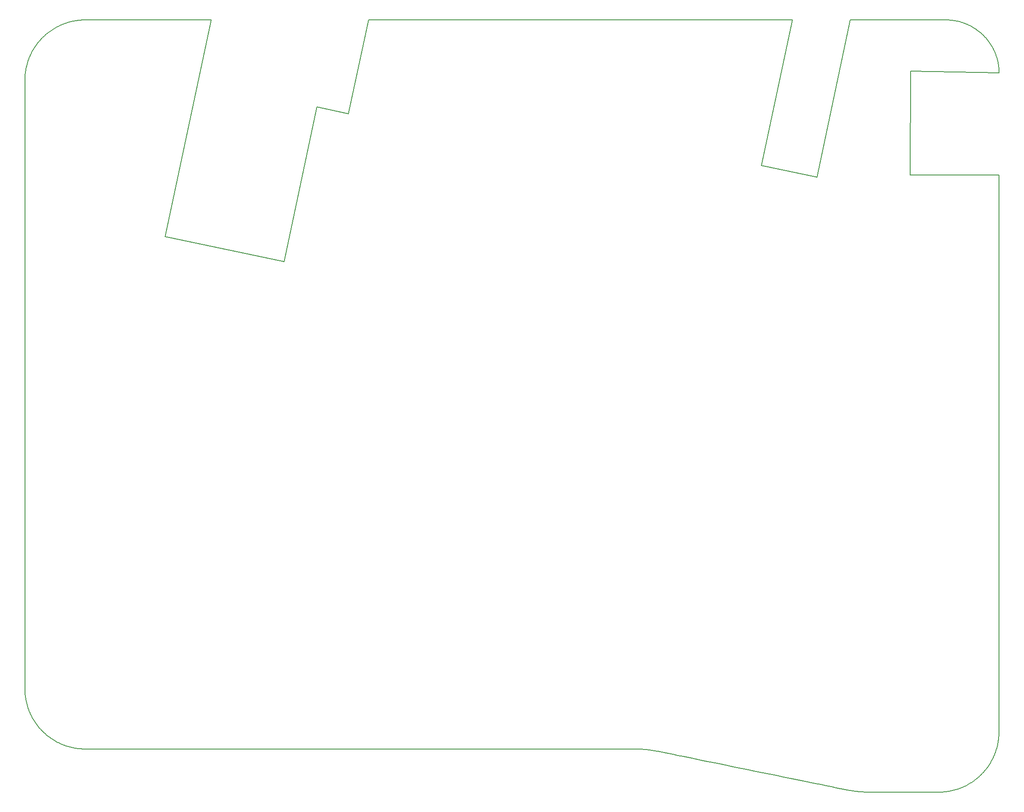
<source format=gm1>
G04 #@! TF.GenerationSoftware,KiCad,Pcbnew,(5.1.5-0-10_14)*
G04 #@! TF.CreationDate,2020-04-18T18:06:01+09:00*
G04 #@! TF.ProjectId,colice_pcb_left_bottom,636f6c69-6365-45f7-9063-625f6c656674,rev?*
G04 #@! TF.SameCoordinates,Original*
G04 #@! TF.FileFunction,Profile,NP*
%FSLAX46Y46*%
G04 Gerber Fmt 4.6, Leading zero omitted, Abs format (unit mm)*
G04 Created by KiCad (PCBNEW (5.1.5-0-10_14)) date 2020-04-18 18:06:01*
%MOMM*%
%LPD*%
G04 APERTURE LIST*
%ADD10C,0.200000*%
G04 APERTURE END LIST*
D10*
X191341260Y-31786791D02*
X191177072Y-52121629D01*
X208671262Y-32100126D02*
X191341260Y-31786791D01*
X208671262Y-32099813D02*
X208671262Y-32100126D01*
X17375715Y-33539276D02*
X17377501Y-33331312D01*
X17377501Y-33331312D02*
X17382443Y-33136097D01*
X17382443Y-33136097D02*
X17390528Y-32941675D01*
X17390528Y-32941675D02*
X17402032Y-32743363D01*
X17402032Y-32743363D02*
X17416388Y-32550627D01*
X17416388Y-32550627D02*
X17434273Y-32354092D01*
X17434273Y-32354092D02*
X17454269Y-32167786D01*
X17454269Y-32167786D02*
X17477133Y-31982353D01*
X17477133Y-31982353D02*
X17502167Y-31802421D01*
X17502167Y-31802421D02*
X17529142Y-31627943D01*
X17529142Y-31627943D02*
X17559455Y-31449755D01*
X17559455Y-31449755D02*
X17591535Y-31277014D01*
X17591535Y-31277014D02*
X17625162Y-31109673D01*
X17625162Y-31109673D02*
X17661132Y-30943191D01*
X17661132Y-30943191D02*
X17699425Y-30777586D01*
X17699425Y-30777586D02*
X17740027Y-30612879D01*
X17740027Y-30612879D02*
X17782917Y-30449081D01*
X17782917Y-30449081D02*
X17828077Y-30286219D01*
X17828077Y-30286219D02*
X17875491Y-30124306D01*
X17875491Y-30124306D02*
X17923768Y-29967696D01*
X17923768Y-29967696D02*
X17972715Y-29816330D01*
X17972715Y-29816330D02*
X18023632Y-29665862D01*
X18023632Y-29665862D02*
X18076503Y-29516307D01*
X18076503Y-29516307D02*
X18132906Y-29363445D01*
X18132906Y-29363445D02*
X18191344Y-29211580D01*
X18191344Y-29211580D02*
X18253506Y-29056554D01*
X18253506Y-29056554D02*
X18314256Y-28910909D01*
X18314256Y-28910909D02*
X18375064Y-28770371D01*
X18375064Y-28770371D02*
X18437628Y-28630784D01*
X18437628Y-28630784D02*
X18501933Y-28492157D01*
X18501933Y-28492157D02*
X18567969Y-28354506D01*
X18567969Y-28354506D02*
X18635719Y-28217844D01*
X18635719Y-28217844D02*
X18709306Y-28074238D01*
X18709306Y-28074238D02*
X18784785Y-27931774D01*
X18784785Y-27931774D02*
X18855620Y-27802198D01*
X18855620Y-27802198D02*
X18928014Y-27673610D01*
X18928014Y-27673610D02*
X19004221Y-27542167D01*
X19004221Y-27542167D02*
X19089008Y-27400351D01*
X19089008Y-27400351D02*
X19166239Y-27274952D01*
X19166239Y-27274952D02*
X19254626Y-27135590D01*
X19254626Y-27135590D02*
X19337502Y-27008695D01*
X19337502Y-27008695D02*
X19419446Y-26886615D01*
X19419446Y-26886615D02*
X19513065Y-26751018D01*
X19513065Y-26751018D02*
X19598105Y-26631242D01*
X19598105Y-26631242D02*
X19684589Y-26512571D01*
X19684589Y-26512571D02*
X19772500Y-26395020D01*
X19772500Y-26395020D02*
X19872749Y-26264563D01*
X19872749Y-26264563D02*
X19963648Y-26149428D01*
X19963648Y-26149428D02*
X20053120Y-26038888D01*
X20053120Y-26038888D02*
X20146742Y-25926047D01*
X20146742Y-25926047D02*
X20238829Y-25817755D01*
X20238829Y-25817755D02*
X20332186Y-25710587D01*
X20332186Y-25710587D02*
X20426802Y-25604557D01*
X20426802Y-25604557D02*
X20522665Y-25499674D01*
X20522665Y-25499674D02*
X20622819Y-25392730D01*
X20622819Y-25392730D02*
X20721180Y-25290215D01*
X20721180Y-25290215D02*
X20820754Y-25188884D01*
X20820754Y-25188884D02*
X20921527Y-25088746D01*
X20921527Y-25088746D02*
X21023490Y-24989815D01*
X21023490Y-24989815D02*
X21133112Y-24886036D01*
X21133112Y-24886036D02*
X21263765Y-24765724D01*
X21263765Y-24765724D02*
X21369582Y-24670872D01*
X21369582Y-24670872D02*
X21476537Y-24577279D01*
X21476537Y-24577279D02*
X21584619Y-24484953D01*
X21584619Y-24484953D02*
X21697247Y-24391084D01*
X21697247Y-24391084D02*
X21807582Y-24301369D01*
X21807582Y-24301369D02*
X21922508Y-24210218D01*
X21922508Y-24210218D02*
X22042117Y-24117765D01*
X22042117Y-24117765D02*
X22162935Y-24026814D01*
X22162935Y-24026814D02*
X22281333Y-23939985D01*
X22281333Y-23939985D02*
X22408123Y-23849464D01*
X22408123Y-23849464D02*
X22539821Y-23758062D01*
X22539821Y-23758062D02*
X22661675Y-23675806D01*
X22661675Y-23675806D02*
X22784595Y-23595029D01*
X22784595Y-23595029D02*
X22912348Y-23513364D01*
X22912348Y-23513364D02*
X23048822Y-23428637D01*
X23048822Y-23428637D02*
X23174998Y-23352555D01*
X23174998Y-23352555D02*
X23302193Y-23278005D01*
X23302193Y-23278005D02*
X23430391Y-23204998D01*
X23430391Y-23204998D02*
X23563511Y-23131409D01*
X23563511Y-23131409D02*
X23693707Y-23061574D01*
X23693707Y-23061574D02*
X23832849Y-22989237D01*
X23832849Y-22989237D02*
X23973061Y-22918696D01*
X23973061Y-22918696D02*
X24110278Y-22851902D01*
X24110278Y-22851902D02*
X24248475Y-22786832D01*
X24248475Y-22786832D02*
X24387641Y-22723496D01*
X24387641Y-22723496D02*
X24527762Y-22661911D01*
X24527762Y-22661911D02*
X24668822Y-22602093D01*
X24668822Y-22602093D02*
X24810808Y-22544049D01*
X24810808Y-22544049D02*
X24962141Y-22484543D01*
X24962141Y-22484543D02*
X25118724Y-22425498D01*
X25118724Y-22425498D02*
X25272077Y-22370118D01*
X25272077Y-22370118D02*
X25426408Y-22316799D01*
X25426408Y-22316799D02*
X25577365Y-22266948D01*
X25577365Y-22266948D02*
X25733562Y-22217737D01*
X25733562Y-22217737D02*
X25890682Y-22170633D01*
X25890682Y-22170633D02*
X26053112Y-22124436D01*
X26053112Y-22124436D02*
X26216481Y-22080500D01*
X26216481Y-22080500D02*
X26376319Y-22039940D01*
X26376319Y-22039940D02*
X26545969Y-21999491D01*
X26545969Y-21999491D02*
X26721050Y-21960513D01*
X26721050Y-21960513D02*
X26888047Y-21925934D01*
X26888047Y-21925934D02*
X27055890Y-21893708D01*
X27055890Y-21893708D02*
X27229136Y-21863078D01*
X27229136Y-21863078D02*
X27412427Y-21833563D01*
X27412427Y-21833563D02*
X27592025Y-21807492D01*
X27592025Y-21807492D02*
X27777124Y-21783558D01*
X27777124Y-21783558D02*
X27958445Y-21762976D01*
X27958445Y-21762976D02*
X28145264Y-21744713D01*
X28145264Y-21744713D02*
X28332920Y-21729354D01*
X28332920Y-21729354D02*
X28549731Y-21715312D01*
X28549731Y-21715312D02*
X28743855Y-21706090D01*
X28743855Y-21706090D02*
X28938784Y-21699996D01*
X28938784Y-21699996D02*
X29144058Y-21696991D01*
X29144058Y-21696991D02*
X29218259Y-21696766D01*
X17375715Y-153068570D02*
X17375715Y-33539276D01*
X178623255Y-172916485D02*
X178360639Y-172862911D01*
X178360639Y-172862911D02*
X178086389Y-172806963D01*
X178086389Y-172806963D02*
X177504014Y-172688157D01*
X177504014Y-172688157D02*
X176654784Y-172514909D01*
X176654784Y-172514909D02*
X175731454Y-172326542D01*
X175731454Y-172326542D02*
X174739512Y-172124176D01*
X174739512Y-172124176D02*
X173684447Y-171908931D01*
X173684447Y-171908931D02*
X172571750Y-171681925D01*
X172571750Y-171681925D02*
X171406908Y-171444281D01*
X171406908Y-171444281D02*
X170195410Y-171197116D01*
X170195410Y-171197116D02*
X168942743Y-170941551D01*
X168942743Y-170941551D02*
X167654399Y-170678706D01*
X167654399Y-170678706D02*
X166335867Y-170409702D01*
X166335867Y-170409702D02*
X164992634Y-170135656D01*
X164992634Y-170135656D02*
X163630190Y-169857690D01*
X163630190Y-169857690D02*
X162254024Y-169576924D01*
X162254024Y-169576924D02*
X160869623Y-169294477D01*
X160869623Y-169294477D02*
X159482479Y-169011469D01*
X159482479Y-169011469D02*
X158098079Y-168729019D01*
X158098079Y-168729019D02*
X156721912Y-168448249D01*
X156721912Y-168448249D02*
X155359468Y-168170278D01*
X155359468Y-168170278D02*
X153350107Y-167760319D01*
X153350107Y-167760319D02*
X151409357Y-167364356D01*
X151409357Y-167364356D02*
X150156692Y-167108780D01*
X150156692Y-167108780D02*
X148350422Y-166740250D01*
X148350422Y-166740250D02*
X146667652Y-166396915D01*
X146667652Y-166396915D02*
X145612588Y-166181649D01*
X145612588Y-166181649D02*
X144620647Y-165979261D01*
X144620647Y-165979261D02*
X143697317Y-165790870D01*
X143697317Y-165790870D02*
X142848087Y-165617596D01*
X142848087Y-165617596D02*
X142078449Y-165460561D01*
X142078449Y-165460561D02*
X141728850Y-165389230D01*
X183358392Y-173394635D02*
X183155719Y-173393764D01*
X183155719Y-173393764D02*
X182957181Y-173391234D01*
X182957181Y-173391234D02*
X182757550Y-173387014D01*
X182757550Y-173387014D02*
X182562062Y-173381248D01*
X182562062Y-173381248D02*
X182360845Y-173373623D01*
X182360845Y-173373623D02*
X182169027Y-173364763D01*
X182169027Y-173364763D02*
X181976143Y-173354277D01*
X181976143Y-173354277D02*
X181781048Y-173342067D01*
X181781048Y-173342067D02*
X181586077Y-173328248D01*
X181586077Y-173328248D02*
X181400510Y-173313591D01*
X181400510Y-173313591D02*
X181212753Y-173297266D01*
X181212753Y-173297266D02*
X181027452Y-173279679D01*
X181027452Y-173279679D02*
X180844608Y-173260880D01*
X180844608Y-173260880D02*
X180659603Y-173240399D01*
X180659603Y-173240399D02*
X180473600Y-173218319D01*
X180473600Y-173218319D02*
X180292384Y-173195372D01*
X180292384Y-173195372D02*
X180112493Y-173171185D01*
X180112493Y-173171185D02*
X179932776Y-173145618D01*
X179932776Y-173145618D02*
X179755546Y-173119028D01*
X179755546Y-173119028D02*
X179580798Y-173091461D01*
X179580798Y-173091461D02*
X179406237Y-173062588D01*
X179406237Y-173062588D02*
X179231877Y-173032407D01*
X179231877Y-173032407D02*
X179057717Y-173000919D01*
X179057717Y-173000919D02*
X178886054Y-172968563D01*
X178886054Y-172968563D02*
X178710035Y-172934023D01*
X178710035Y-172934023D02*
X178623255Y-172916485D01*
X196810231Y-173394635D02*
X183358392Y-173394635D01*
X198249698Y-21696766D02*
X198449240Y-21698636D01*
X198449240Y-21698636D02*
X198654135Y-21704467D01*
X198654135Y-21704467D02*
X198853872Y-21713985D01*
X198853872Y-21713985D02*
X199044354Y-21726610D01*
X199044354Y-21726610D02*
X199229776Y-21742246D01*
X199229776Y-21742246D02*
X199418352Y-21761560D01*
X199418352Y-21761560D02*
X199597788Y-21783157D01*
X199597788Y-21783157D02*
X199776276Y-21807783D01*
X199776276Y-21807783D02*
X199949766Y-21834746D01*
X199949766Y-21834746D02*
X200122302Y-21864553D01*
X200122302Y-21864553D02*
X200293857Y-21897175D01*
X200293857Y-21897175D02*
X200460451Y-21931731D01*
X200460451Y-21931731D02*
X200626064Y-21968927D01*
X200626064Y-21968927D02*
X200794579Y-22009721D01*
X200794579Y-22009721D02*
X200954251Y-22051148D01*
X200954251Y-22051148D02*
X201128349Y-22099439D01*
X201128349Y-22099439D02*
X201297384Y-22149481D01*
X201297384Y-22149481D02*
X201465212Y-22202293D01*
X201465212Y-22202293D02*
X201631804Y-22257843D01*
X201631804Y-22257843D02*
X201789652Y-22313404D01*
X201789652Y-22313404D02*
X201942609Y-22370005D01*
X201942609Y-22370005D02*
X202090742Y-22427457D01*
X202090742Y-22427457D02*
X202234109Y-22485573D01*
X202234109Y-22485573D02*
X202376408Y-22545746D01*
X202376408Y-22545746D02*
X202515819Y-22607146D01*
X202515819Y-22607146D02*
X202661310Y-22673859D01*
X202661310Y-22673859D02*
X202800270Y-22740142D01*
X202800270Y-22740142D02*
X202934568Y-22806632D01*
X202934568Y-22806632D02*
X203067765Y-22874986D01*
X203067765Y-22874986D02*
X203203308Y-22947062D01*
X203203308Y-22947062D02*
X203347935Y-23026834D01*
X203347935Y-23026834D02*
X203477577Y-23100917D01*
X203477577Y-23100917D02*
X203606047Y-23176796D01*
X203606047Y-23176796D02*
X203733328Y-23254450D01*
X203733328Y-23254450D02*
X203859406Y-23333868D01*
X203859406Y-23333868D02*
X203980991Y-23412868D01*
X203980991Y-23412868D02*
X204101400Y-23493506D01*
X204101400Y-23493506D02*
X204230232Y-23582502D01*
X204230232Y-23582502D02*
X204348146Y-23666496D01*
X204348146Y-23666496D02*
X204464838Y-23752077D01*
X204464838Y-23752077D02*
X204586495Y-23843987D01*
X204586495Y-23843987D02*
X204703692Y-23935203D01*
X204703692Y-23935203D02*
X204816514Y-24025579D01*
X204816514Y-24025579D02*
X204931046Y-24119985D01*
X204931046Y-24119985D02*
X205047162Y-24218527D01*
X205047162Y-24218527D02*
X205164730Y-24321318D01*
X205164730Y-24321318D02*
X205274974Y-24420566D01*
X205274974Y-24420566D02*
X205380943Y-24518679D01*
X205380943Y-24518679D02*
X205496770Y-24629085D01*
X205496770Y-24629085D02*
X205599835Y-24730221D01*
X205599835Y-24730221D02*
X205701496Y-24832765D01*
X205701496Y-24832765D02*
X205801738Y-24936701D01*
X205801738Y-24936701D02*
X205900546Y-25042016D01*
X205900546Y-25042016D02*
X205997905Y-25148695D01*
X205997905Y-25148695D02*
X206096369Y-25259656D01*
X206096369Y-25259656D02*
X206193271Y-25372022D01*
X206193271Y-25372022D02*
X206291079Y-25488785D01*
X206291079Y-25488785D02*
X206382314Y-25600891D01*
X206382314Y-25600891D02*
X206474420Y-25717360D01*
X206474420Y-25717360D02*
X206562539Y-25832050D01*
X206562539Y-25832050D02*
X206649092Y-25947988D01*
X206649092Y-25947988D02*
X206738617Y-26071529D01*
X206738617Y-26071529D02*
X206821912Y-26189983D01*
X206821912Y-26189983D02*
X206907966Y-26316142D01*
X206907966Y-26316142D02*
X206987935Y-26437047D01*
X206987935Y-26437047D02*
X207068353Y-26562435D01*
X207068353Y-26562435D02*
X207149071Y-26692391D01*
X207149071Y-26692391D02*
X207225926Y-26820225D01*
X207225926Y-26820225D02*
X207300996Y-26949244D01*
X207300996Y-26949244D02*
X207374266Y-27079427D01*
X207374266Y-27079427D02*
X207454979Y-27228122D01*
X207454979Y-27228122D02*
X207524351Y-27360731D01*
X207524351Y-27360731D02*
X207591865Y-27494447D01*
X207591865Y-27494447D02*
X207657508Y-27629260D01*
X207657508Y-27629260D02*
X207729509Y-27783109D01*
X207729509Y-27783109D02*
X207792697Y-27923819D01*
X207792697Y-27923819D02*
X207858477Y-28076577D01*
X207858477Y-28076577D02*
X207917429Y-28219539D01*
X207917429Y-28219539D02*
X207978605Y-28374683D01*
X207978605Y-28374683D02*
X208038728Y-28534766D01*
X208038728Y-28534766D02*
X208093668Y-28688553D01*
X208093668Y-28688553D02*
X208145002Y-28839653D01*
X208145002Y-28839653D02*
X208197672Y-29003237D01*
X208197672Y-29003237D02*
X208246568Y-29164136D01*
X208246568Y-29164136D02*
X208291858Y-29322257D01*
X208291858Y-29322257D02*
X208335724Y-29485290D01*
X208335724Y-29485290D02*
X208377484Y-29651322D01*
X208377484Y-29651322D02*
X208416574Y-29818398D01*
X208416574Y-29818398D02*
X208453391Y-29988481D01*
X208453391Y-29988481D02*
X208486662Y-30155589D01*
X208486662Y-30155589D02*
X208520725Y-30343717D01*
X208520725Y-30343717D02*
X208548929Y-30516852D01*
X208548929Y-30516852D02*
X208574829Y-30694986D01*
X208574829Y-30694986D02*
X208597715Y-30874084D01*
X208597715Y-30874084D02*
X208618801Y-31066427D01*
X208618801Y-31066427D02*
X208635701Y-31251550D01*
X208635701Y-31251550D02*
X208649895Y-31445888D01*
X208649895Y-31445888D02*
X208660333Y-31637030D01*
X208660333Y-31637030D02*
X208667437Y-31833258D01*
X208667437Y-31833258D02*
X208670943Y-32034598D01*
X208670943Y-32034598D02*
X208671262Y-32099813D01*
X29218259Y-164911080D02*
X29019836Y-164909447D01*
X29019836Y-164909447D02*
X28815079Y-164904343D01*
X28815079Y-164904343D02*
X28620657Y-164896262D01*
X28620657Y-164896262D02*
X28422345Y-164884755D01*
X28422345Y-164884755D02*
X28229608Y-164870399D01*
X28229608Y-164870399D02*
X28042409Y-164853439D01*
X28042409Y-164853439D02*
X27860709Y-164834119D01*
X27860709Y-164834119D02*
X27679835Y-164812068D01*
X27679835Y-164812068D02*
X27495209Y-164786642D01*
X27495209Y-164786642D02*
X27316082Y-164759129D01*
X27316082Y-164759129D02*
X27133288Y-164728142D01*
X27133288Y-164728142D02*
X26946923Y-164693495D01*
X26946923Y-164693495D02*
X26779627Y-164659742D01*
X26779627Y-164659742D02*
X26599734Y-164620615D01*
X26599734Y-164620615D02*
X26434250Y-164582008D01*
X26434250Y-164582008D02*
X26260796Y-164538822D01*
X26260796Y-164538822D02*
X26101584Y-164496700D01*
X26101584Y-164496700D02*
X25938874Y-164451173D01*
X25938874Y-164451173D02*
X25777114Y-164403397D01*
X25777114Y-164403397D02*
X25620659Y-164354770D01*
X25620659Y-164354770D02*
X25460832Y-164302607D01*
X25460832Y-164302607D02*
X25310570Y-164251241D01*
X25310570Y-164251241D02*
X25161226Y-164197928D01*
X25161226Y-164197928D02*
X25012809Y-164142678D01*
X25012809Y-164142678D02*
X24861139Y-164083847D01*
X24861139Y-164083847D02*
X24714657Y-164024719D01*
X24714657Y-164024719D02*
X24573298Y-163965473D01*
X24573298Y-163965473D02*
X24428754Y-163902635D01*
X24428754Y-163902635D02*
X24281134Y-163836063D01*
X24281134Y-163836063D02*
X24134594Y-163767542D01*
X24134594Y-163767542D02*
X23985128Y-163695103D01*
X23985128Y-163695103D02*
X23844825Y-163624715D01*
X23844825Y-163624715D02*
X23693707Y-163546262D01*
X23693707Y-163546262D02*
X23559581Y-163474288D01*
X23559581Y-163474288D02*
X23426491Y-163400647D01*
X23426491Y-163400647D02*
X23298323Y-163327594D01*
X23298323Y-163327594D02*
X23167322Y-163250713D01*
X23167322Y-163250713D02*
X23037401Y-163172207D01*
X23037401Y-163172207D02*
X22908575Y-163092093D01*
X22908575Y-163092093D02*
X22780855Y-163010381D01*
X22780855Y-163010381D02*
X22646847Y-162922140D01*
X22646847Y-162922140D02*
X22514110Y-162832139D01*
X22514110Y-162832139D02*
X22386300Y-162742969D01*
X22386300Y-162742969D02*
X22266923Y-162657402D01*
X22266923Y-162657402D02*
X22141527Y-162565082D01*
X22141527Y-162565082D02*
X22013866Y-162468451D01*
X22013866Y-162468451D02*
X21898034Y-162378400D01*
X21898034Y-162378400D02*
X21772984Y-162278570D01*
X21772984Y-162278570D02*
X21662993Y-162188453D01*
X21662993Y-162188453D02*
X21554107Y-162097044D01*
X21554107Y-162097044D02*
X21446340Y-162004361D01*
X21446340Y-162004361D02*
X21339703Y-161910412D01*
X21339703Y-161910412D02*
X21234210Y-161815210D01*
X21234210Y-161815210D02*
X21120147Y-161709662D01*
X21120147Y-161709662D02*
X21017081Y-161611873D01*
X21017081Y-161611873D02*
X20915193Y-161512868D01*
X20915193Y-161512868D02*
X20814495Y-161412657D01*
X20814495Y-161412657D02*
X20714997Y-161311249D01*
X20714997Y-161311249D02*
X20613659Y-161205436D01*
X20613659Y-161205436D02*
X20504596Y-161088583D01*
X20504596Y-161088583D02*
X20408966Y-160983485D01*
X20408966Y-160983485D02*
X20314585Y-160877240D01*
X20314585Y-160877240D02*
X20218576Y-160766487D01*
X20218576Y-160766487D02*
X20126768Y-160657952D01*
X20126768Y-160657952D02*
X20036247Y-160548304D01*
X20036247Y-160548304D02*
X19944251Y-160434079D01*
X19944251Y-160434079D02*
X19848201Y-160311670D01*
X19848201Y-160311670D02*
X19759088Y-160195077D01*
X19759088Y-160195077D02*
X19668758Y-160073771D01*
X19668758Y-160073771D02*
X19579947Y-159951279D01*
X19579947Y-159951279D02*
X19492668Y-159827616D01*
X19492668Y-159827616D02*
X19409435Y-159706483D01*
X19409435Y-159706483D02*
X19327670Y-159584272D01*
X19327670Y-159584272D02*
X19247389Y-159460995D01*
X19247389Y-159460995D02*
X19166239Y-159332884D01*
X19166239Y-159332884D02*
X19089008Y-159207487D01*
X19089008Y-159207487D02*
X19011024Y-159077213D01*
X19011024Y-159077213D02*
X18936895Y-158949745D01*
X18936895Y-158949745D02*
X18864311Y-158821276D01*
X18864311Y-158821276D02*
X18789034Y-158683943D01*
X18789034Y-158683943D02*
X18715524Y-158545512D01*
X18715524Y-158545512D02*
X18645826Y-158410003D01*
X18645826Y-158410003D02*
X18575853Y-158269460D01*
X18575853Y-158269460D02*
X18507691Y-158127864D01*
X18507691Y-158127864D02*
X18443232Y-157989323D01*
X18443232Y-157989323D02*
X18378696Y-157845702D01*
X18378696Y-157845702D02*
X18316019Y-157701076D01*
X18316019Y-157701076D02*
X18256927Y-157559633D01*
X18256927Y-157559633D02*
X18194650Y-157404664D01*
X18194650Y-157404664D02*
X18136099Y-157252855D01*
X18136099Y-157252855D02*
X18078042Y-157095788D01*
X18078042Y-157095788D02*
X18025115Y-156946257D01*
X18025115Y-156946257D02*
X17972715Y-156791503D01*
X17972715Y-156791503D02*
X17921031Y-156631464D01*
X17921031Y-156631464D02*
X17872871Y-156474802D01*
X17872871Y-156474802D02*
X17825580Y-156312838D01*
X17825580Y-156312838D02*
X17780540Y-156149923D01*
X17780540Y-156149923D02*
X17738900Y-155990519D01*
X17738900Y-155990519D02*
X17698360Y-155825786D01*
X17698360Y-155825786D02*
X17659127Y-155655669D01*
X17659127Y-155655669D02*
X17622349Y-155484629D01*
X17622349Y-155484629D02*
X17588911Y-155317218D01*
X17588911Y-155317218D02*
X17556224Y-155139849D01*
X17556224Y-155139849D02*
X17526919Y-154966149D01*
X17526919Y-154966149D02*
X17499475Y-154787000D01*
X17499475Y-154787000D02*
X17474118Y-154602351D01*
X17474118Y-154602351D02*
X17452141Y-154421460D01*
X17452141Y-154421460D02*
X17432890Y-154239739D01*
X17432890Y-154239739D02*
X17415617Y-154047829D01*
X17415617Y-154047829D02*
X17401409Y-153855049D01*
X17401409Y-153855049D02*
X17390294Y-153661430D01*
X17390294Y-153661430D02*
X17382130Y-153462237D01*
X17382130Y-153462237D02*
X17377340Y-153266983D01*
X17377340Y-153266983D02*
X17375715Y-153068570D01*
X136994026Y-164911080D02*
X29218259Y-164911080D01*
X141728850Y-165389230D02*
X141550686Y-165353575D01*
X141550686Y-165353575D02*
X141379153Y-165320592D01*
X141379153Y-165320592D02*
X141208555Y-165289089D01*
X141208555Y-165289089D02*
X141037754Y-165258841D01*
X141037754Y-165258841D02*
X140863314Y-165229279D01*
X140863314Y-165229279D02*
X140690974Y-165201389D01*
X140690974Y-165201389D02*
X140513852Y-165174081D01*
X140513852Y-165174081D02*
X140337693Y-165148280D01*
X140337693Y-165148280D02*
X140156747Y-165123184D01*
X140156747Y-165123184D02*
X139962932Y-165097884D01*
X139962932Y-165097884D02*
X139782783Y-165075821D01*
X139782783Y-165075821D02*
X139590917Y-165053864D01*
X139590917Y-165053864D02*
X139409299Y-165034538D01*
X139409299Y-165034538D02*
X139222902Y-165016177D01*
X139222902Y-165016177D02*
X139035208Y-164999187D01*
X139035208Y-164999187D02*
X138849698Y-164983875D01*
X138849698Y-164983875D02*
X138654783Y-164969366D01*
X138654783Y-164969366D02*
X138459743Y-164956466D01*
X138459743Y-164956466D02*
X138266915Y-164945299D01*
X138266915Y-164945299D02*
X138075148Y-164935760D01*
X138075148Y-164935760D02*
X137872821Y-164927382D01*
X137872821Y-164927382D02*
X137678550Y-164920969D01*
X137678550Y-164920969D02*
X137473733Y-164915934D01*
X137473733Y-164915934D02*
X137268846Y-164912671D01*
X137268846Y-164912671D02*
X137063902Y-164911182D01*
X137063902Y-164911182D02*
X136994026Y-164911080D01*
X53940490Y-21696766D02*
X53940490Y-21696766D01*
X29218259Y-21696766D02*
X53940490Y-21696766D01*
X191177072Y-52121629D02*
X208652775Y-52121629D01*
X168067269Y-21696766D02*
X161989486Y-50290498D01*
X84836385Y-21696766D02*
X168067269Y-21696766D01*
X80918741Y-40127465D02*
X84836385Y-21696766D01*
X74745704Y-38815530D02*
X80918741Y-40127465D01*
X68284084Y-69214387D02*
X74745704Y-38815530D01*
X44896979Y-64243321D02*
X68284084Y-69214387D01*
X53940490Y-21696766D02*
X44896979Y-64243321D01*
X208652775Y-161552125D02*
X208650899Y-161764853D01*
X208650899Y-161764853D02*
X208645877Y-161960048D01*
X208645877Y-161960048D02*
X208637483Y-162159183D01*
X208637483Y-162159183D02*
X208626136Y-162352740D01*
X208626136Y-162352740D02*
X208612094Y-162540765D01*
X208612094Y-162540765D02*
X208595134Y-162727964D01*
X208595134Y-162727964D02*
X208575814Y-162909664D01*
X208575814Y-162909664D02*
X208551347Y-163109036D01*
X208551347Y-163109036D02*
X208525636Y-163293573D01*
X208525636Y-163293573D02*
X208498596Y-163468029D01*
X208498596Y-163468029D02*
X208469026Y-163641637D01*
X208469026Y-163641637D02*
X208436947Y-163814378D01*
X208436947Y-163814378D02*
X208403319Y-163981720D01*
X208403319Y-163981720D02*
X208367348Y-164148201D01*
X208367348Y-164148201D02*
X208329054Y-164313806D01*
X208329054Y-164313806D02*
X208287325Y-164482953D01*
X208287325Y-164482953D02*
X208245564Y-164642307D01*
X208245564Y-164642307D02*
X208199151Y-164809560D01*
X208199151Y-164809560D02*
X208152990Y-164967085D01*
X208152990Y-164967085D02*
X208104714Y-165123695D01*
X208104714Y-165123695D02*
X208055765Y-165275058D01*
X208055765Y-165275058D02*
X208004848Y-165425526D01*
X208004848Y-165425526D02*
X207951978Y-165575084D01*
X207951978Y-165575084D02*
X207895575Y-165727947D01*
X207895575Y-165727947D02*
X207838788Y-165875607D01*
X207838788Y-165875607D02*
X207780094Y-166022310D01*
X207780094Y-166022310D02*
X207719509Y-166168040D01*
X207719509Y-166168040D02*
X207658854Y-166308657D01*
X207658854Y-166308657D02*
X207596444Y-166448329D01*
X207596444Y-166448329D02*
X207532290Y-166587042D01*
X207532290Y-166587042D02*
X207462476Y-166732850D01*
X207462476Y-166732850D02*
X207394777Y-166869540D01*
X207394777Y-166869540D02*
X207321243Y-167013177D01*
X207321243Y-167013177D02*
X207245816Y-167155675D01*
X207245816Y-167155675D02*
X207172860Y-167289193D01*
X207172860Y-167289193D02*
X207093808Y-167429421D01*
X207093808Y-167429421D02*
X207017454Y-167560768D01*
X207017454Y-167560768D02*
X206939475Y-167691042D01*
X206939475Y-167691042D02*
X206862242Y-167816439D01*
X206862242Y-167816439D02*
X206781091Y-167944550D01*
X206781091Y-167944550D02*
X206695897Y-168075264D01*
X206695897Y-168075264D02*
X206614044Y-168197410D01*
X206614044Y-168197410D02*
X206530721Y-168318477D01*
X206530721Y-168318477D02*
X206440756Y-168445689D01*
X206440756Y-168445689D02*
X206354450Y-168564494D01*
X206354450Y-168564494D02*
X206266711Y-168682182D01*
X206266711Y-168682182D02*
X206177555Y-168798740D01*
X206177555Y-168798740D02*
X206075922Y-168928066D01*
X206075922Y-168928066D02*
X205983802Y-169042185D01*
X205983802Y-169042185D02*
X205887451Y-169158537D01*
X205887451Y-169158537D02*
X205780953Y-169283729D01*
X205780953Y-169283729D02*
X205687477Y-169390792D01*
X205687477Y-169390792D02*
X205592745Y-169496715D01*
X205592745Y-169496715D02*
X205496764Y-169601488D01*
X205496764Y-169601488D02*
X205399550Y-169705104D01*
X205399550Y-169705104D02*
X205301113Y-169807545D01*
X205301113Y-169807545D02*
X205185789Y-169924519D01*
X205185789Y-169924519D02*
X205084753Y-170024392D01*
X205084753Y-170024392D02*
X204982533Y-170123057D01*
X204982533Y-170123057D02*
X204879137Y-170220500D01*
X204879137Y-170220500D02*
X204764717Y-170325668D01*
X204764717Y-170325668D02*
X204658900Y-170420517D01*
X204658900Y-170420517D02*
X204551944Y-170514112D01*
X204551944Y-170514112D02*
X204443862Y-170606437D01*
X204443862Y-170606437D02*
X204331234Y-170700309D01*
X204331234Y-170700309D02*
X204220898Y-170790022D01*
X204220898Y-170790022D02*
X204105971Y-170881173D01*
X204105971Y-170881173D02*
X203982825Y-170976321D01*
X203982825Y-170976321D02*
X203861974Y-171067230D01*
X203861974Y-171067230D02*
X203739933Y-171156622D01*
X203739933Y-171156622D02*
X203616715Y-171244489D01*
X203616715Y-171244489D02*
X203492337Y-171330816D01*
X203492337Y-171330816D02*
X203366807Y-171415587D01*
X203366807Y-171415587D02*
X203243883Y-171496362D01*
X203243883Y-171496362D02*
X203119904Y-171575648D01*
X203119904Y-171575648D02*
X202983466Y-171660425D01*
X202983466Y-171660425D02*
X202853479Y-171738835D01*
X202853479Y-171738835D02*
X202722417Y-171815620D01*
X202722417Y-171815620D02*
X202594189Y-171888580D01*
X202594189Y-171888580D02*
X202464971Y-171959984D01*
X202464971Y-171959984D02*
X202334773Y-172029817D01*
X202334773Y-172029817D02*
X202195633Y-172102154D01*
X202195633Y-172102154D02*
X202059442Y-172170705D01*
X202059442Y-172170705D02*
X201922255Y-172237548D01*
X201922255Y-172237548D02*
X201784085Y-172302669D01*
X201784085Y-172302669D02*
X201644946Y-172366057D01*
X201644946Y-172366057D02*
X201504855Y-172427694D01*
X201504855Y-172427694D02*
X201363821Y-172487566D01*
X201363821Y-172487566D02*
X201209292Y-172550701D01*
X201209292Y-172550701D02*
X201062122Y-172608470D01*
X201062122Y-172608470D02*
X200909757Y-172665894D01*
X200909757Y-172665894D02*
X200756401Y-172721273D01*
X200756401Y-172721273D02*
X200597773Y-172776045D01*
X200597773Y-172776045D02*
X200438135Y-172828626D01*
X200438135Y-172828626D02*
X200281861Y-172877662D01*
X200281861Y-172877662D02*
X200115904Y-172927132D01*
X200115904Y-172927132D02*
X199957751Y-172971815D01*
X199957751Y-172971815D02*
X199798713Y-173014355D01*
X199798713Y-173014355D02*
X199638802Y-173054732D01*
X199638802Y-173054732D02*
X199460121Y-173097044D01*
X199460121Y-173097044D02*
X199289418Y-173134731D01*
X199289418Y-173134731D02*
X199113273Y-173170844D01*
X199113273Y-173170844D02*
X198940741Y-173203515D01*
X198940741Y-173203515D02*
X198767336Y-173233681D01*
X198767336Y-173233681D02*
X198579285Y-173263398D01*
X198579285Y-173263398D02*
X198404127Y-173288293D01*
X198404127Y-173288293D02*
X198223514Y-173311177D01*
X198223514Y-173311177D02*
X198037404Y-173331823D01*
X198037404Y-173331823D02*
X197850436Y-173349578D01*
X197850436Y-173349578D02*
X197653224Y-173365091D01*
X197653224Y-173365091D02*
X197464574Y-173376861D01*
X197464574Y-173376861D02*
X197270392Y-173385857D01*
X197270392Y-173385857D02*
X197075407Y-173391721D01*
X197075407Y-173391721D02*
X196874858Y-173394460D01*
X196874858Y-173394460D02*
X196810231Y-173394635D01*
X208652775Y-52121629D02*
X208652775Y-161552125D01*
X179461116Y-21696766D02*
X198249698Y-21696766D01*
X172890768Y-52607613D02*
X179461116Y-21696766D01*
X161989486Y-50290498D02*
X172890768Y-52607613D01*
M02*

</source>
